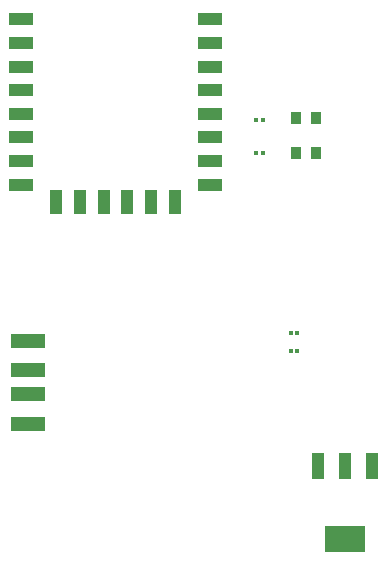
<source format=gtp>
G04 Layer: TopPasteMaskLayer*
G04 EasyEDA v6.3.43, 2020-06-06T13:29:47+03:00*
G04 6caa89d52f454e228c8c87a2f34c76c4,a7937f01353d4e2e93d7d76370f53aae,10*
G04 Gerber Generator version 0.2*
G04 Scale: 100 percent, Rotated: No, Reflected: No *
G04 Dimensions in inches *
G04 leading zeros omitted , absolute positions ,2 integer and 4 decimal *
%FSLAX24Y24*%
%MOIN*%
G90*
G70D02*

%ADD14R,0.118110X0.047244*%
%ADD15R,0.035430X0.039370*%
%ADD16R,0.043000X0.085000*%
%ADD17R,0.138000X0.085000*%
%ADD18R,0.011811X0.015748*%
%ADD19R,0.078740X0.039370*%
%ADD20R,0.039370X0.078740*%

%LPD*%
G54D14*
G01X4334Y8921D03*
G01X4334Y9906D03*
G01X4334Y10693D03*
G01X4334Y11677D03*
G54D15*
G01X13934Y19100D03*
G01X13265Y19100D03*
G01X13934Y17950D03*
G01X13265Y17950D03*
G54D16*
G01X15805Y7519D03*
G01X14895Y7519D03*
G01X13995Y7519D03*
G54D17*
G01X14895Y5080D03*
G54D18*
G01X11942Y19050D03*
G01X12158Y19050D03*
G01X11942Y17950D03*
G01X12158Y17950D03*
G01X13092Y11350D03*
G01X13308Y11350D03*
G01X13092Y11950D03*
G01X13308Y11950D03*
G54D19*
G01X4100Y22397D03*
G01X4100Y21609D03*
G01X4100Y20822D03*
G01X4100Y20034D03*
G01X4100Y19247D03*
G01X4100Y18460D03*
G01X4100Y17672D03*
G01X4100Y16885D03*
G54D20*
G01X5281Y16302D03*
G01X6068Y16303D03*
G01X6856Y16303D03*
G01X7643Y16303D03*
G01X8430Y16303D03*
G01X9218Y16302D03*
G54D19*
G01X10399Y16885D03*
G01X10399Y17672D03*
G01X10400Y18460D03*
G01X10400Y19247D03*
G01X10399Y20035D03*
G01X10400Y20822D03*
G01X10400Y21609D03*
G01X10400Y22397D03*
M00*
M02*

</source>
